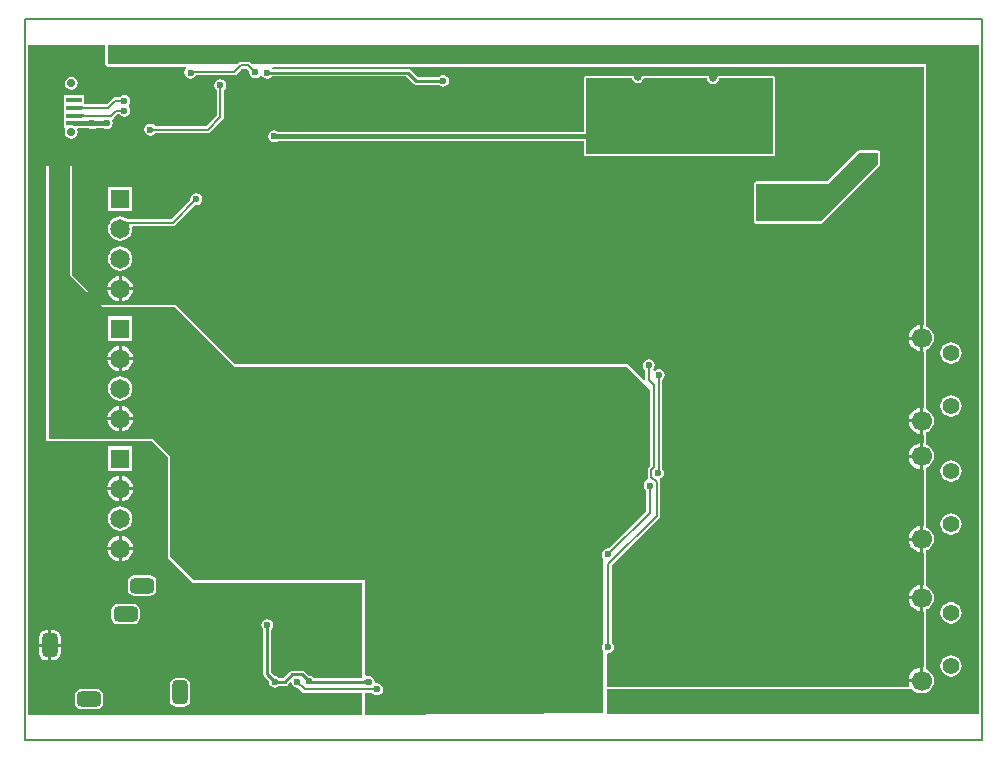
<source format=gbl>
G04*
G04 #@! TF.GenerationSoftware,Altium Limited,Altium Designer,19.0.14 (431)*
G04*
G04 Layer_Physical_Order=2*
G04 Layer_Color=16711680*
%FSLAX44Y44*%
%MOMM*%
G71*
G01*
G75*
%ADD13C,0.4000*%
%ADD14C,0.2000*%
%ADD16C,0.2540*%
%ADD93C,0.7000*%
%ADD94C,1.6500*%
%ADD95R,1.6500X1.6500*%
G04:AMPARAMS|DCode=96|XSize=2mm|YSize=1.3mm|CornerRadius=0.325mm|HoleSize=0mm|Usage=FLASHONLY|Rotation=180.000|XOffset=0mm|YOffset=0mm|HoleType=Round|Shape=RoundedRectangle|*
%AMROUNDEDRECTD96*
21,1,2.0000,0.6500,0,0,180.0*
21,1,1.3500,1.3000,0,0,180.0*
1,1,0.6500,-0.6750,0.3250*
1,1,0.6500,0.6750,0.3250*
1,1,0.6500,0.6750,-0.3250*
1,1,0.6500,-0.6750,-0.3250*
%
%ADD96ROUNDEDRECTD96*%
G04:AMPARAMS|DCode=97|XSize=2mm|YSize=1.3mm|CornerRadius=0.325mm|HoleSize=0mm|Usage=FLASHONLY|Rotation=90.000|XOffset=0mm|YOffset=0mm|HoleType=Round|Shape=RoundedRectangle|*
%AMROUNDEDRECTD97*
21,1,2.0000,0.6500,0,0,90.0*
21,1,1.3500,1.3000,0,0,90.0*
1,1,0.6500,0.3250,0.6750*
1,1,0.6500,0.3250,-0.6750*
1,1,0.6500,-0.3250,-0.6750*
1,1,0.6500,-0.3250,0.6750*
%
%ADD97ROUNDEDRECTD97*%
%ADD98C,1.7000*%
%ADD99C,1.4000*%
%ADD100C,0.6000*%
%ADD101C,0.8000*%
%ADD102C,1.5000*%
%ADD103R,1.9000X1.9000*%
%ADD104R,1.9000X1.8000*%
%ADD105R,1.3500X0.4000*%
G36*
X288858Y46900D02*
X288687Y47058D01*
X288502Y47199D01*
X288302Y47323D01*
X288087Y47431D01*
X287857Y47523D01*
X287612Y47597D01*
X287352Y47655D01*
X287077Y47697D01*
X286787Y47722D01*
X286482Y47730D01*
Y50270D01*
X286787Y50278D01*
X287077Y50303D01*
X287352Y50345D01*
X287612Y50403D01*
X287857Y50477D01*
X288087Y50569D01*
X288302Y50677D01*
X288502Y50801D01*
X288687Y50942D01*
X288858Y51100D01*
Y46900D01*
D02*
G37*
G36*
X67961Y588000D02*
X67961Y572000D01*
X68116Y571220D01*
X68558Y570558D01*
X69220Y570116D01*
X70000Y569961D01*
X136285D01*
X136671Y568691D01*
X136395Y568507D01*
X135290Y566853D01*
X134902Y564902D01*
X135290Y562951D01*
X136395Y561297D01*
X138049Y560192D01*
X140000Y559804D01*
X141951Y560192D01*
X143605Y561297D01*
X144359Y562426D01*
X177000D01*
X177000Y562426D01*
X178171Y562659D01*
X179163Y563322D01*
X183782Y567941D01*
X187733D01*
X190030Y565644D01*
X189902Y565000D01*
X190290Y563049D01*
X191395Y561395D01*
X193049Y560290D01*
X195000Y559902D01*
X196951Y560290D01*
X198605Y561395D01*
X199220Y562316D01*
X200731Y562291D01*
X201395Y561297D01*
X203049Y560192D01*
X205000Y559804D01*
X206951Y560192D01*
X208605Y561297D01*
X208786Y561568D01*
X322824D01*
X328825Y555567D01*
X329906Y554844D01*
X331182Y554591D01*
X350014D01*
X350195Y554320D01*
X351849Y553215D01*
X353800Y552827D01*
X355751Y553215D01*
X357405Y554320D01*
X358510Y555974D01*
X358898Y557925D01*
X358510Y559875D01*
X357405Y561529D01*
X355751Y562635D01*
X353800Y563023D01*
X351849Y562635D01*
X350195Y561529D01*
X350014Y561259D01*
X332563D01*
X326562Y567260D01*
X325480Y567982D01*
X324205Y568236D01*
X209474D01*
X209114Y568691D01*
X209728Y569961D01*
X760961Y569961D01*
X760961Y351890D01*
X760270Y351284D01*
Y340050D01*
Y328815D01*
X760961Y328210D01*
Y281790D01*
X760270Y281184D01*
Y269950D01*
Y258716D01*
X760961Y258110D01*
Y251890D01*
X760270Y251284D01*
Y240050D01*
Y228815D01*
X760961Y228210D01*
Y181790D01*
X760270Y181184D01*
Y169950D01*
Y158715D01*
X760961Y158110D01*
Y131890D01*
X760270Y131284D01*
Y120050D01*
Y108815D01*
X760961Y108210D01*
Y61790D01*
X760270Y61184D01*
Y49950D01*
X759000D01*
Y48680D01*
X748032D01*
X748244Y47068D01*
X748647Y46095D01*
X747942Y45039D01*
X729000Y45039D01*
X606274Y45039D01*
X493000Y45039D01*
Y72992D01*
X493500Y73402D01*
X495451Y73790D01*
X497105Y74895D01*
X498210Y76549D01*
X498598Y78500D01*
X498210Y80451D01*
X497105Y82105D01*
X496559Y82470D01*
Y147248D01*
X536913Y187602D01*
X536913Y187602D01*
X537576Y188594D01*
X537809Y189765D01*
X537809Y189765D01*
Y218030D01*
X537576Y219200D01*
X537151Y219836D01*
X537449Y220963D01*
X537633Y221227D01*
X537951Y221290D01*
X539605Y222395D01*
X540710Y224049D01*
X541098Y226000D01*
X540710Y227951D01*
X539605Y229605D01*
X539309Y229803D01*
Y304863D01*
X540105Y305395D01*
X541210Y307049D01*
X541598Y309000D01*
X541210Y310951D01*
X540105Y312605D01*
X538451Y313710D01*
X536500Y314098D01*
X534549Y313710D01*
X532895Y312605D01*
X532878Y312579D01*
X531562Y312896D01*
X531511Y313332D01*
X531605Y313395D01*
X532710Y315049D01*
X533098Y317000D01*
X532710Y318951D01*
X531605Y320605D01*
X529951Y321710D01*
X528000Y322098D01*
X526049Y321710D01*
X524395Y320605D01*
X523290Y318951D01*
X522902Y317000D01*
X523290Y315049D01*
X524395Y313395D01*
X524941Y313030D01*
Y304855D01*
X523732Y304280D01*
X523721Y304279D01*
X510000Y318000D01*
X178000Y318000D01*
X128000Y368000D01*
X65000Y368000D01*
X40000Y393000D01*
X40000Y486000D01*
X38000D01*
X38000Y392341D01*
X65595Y366000D01*
X127000D01*
X177000Y316000D01*
X509000Y316000D01*
X529191Y295809D01*
Y232002D01*
X527837Y230648D01*
X527174Y229656D01*
X526941Y228485D01*
X526941Y228485D01*
Y222780D01*
X526941Y222780D01*
X527174Y221609D01*
X527339Y221362D01*
X526799Y219960D01*
X525145Y218855D01*
X524040Y217201D01*
X523652Y215250D01*
X524040Y213299D01*
X525145Y211645D01*
X525691Y211280D01*
Y193517D01*
X494144Y161970D01*
X493500Y162098D01*
X491549Y161710D01*
X489895Y160605D01*
X488790Y158951D01*
X488402Y157000D01*
X488790Y155049D01*
X489649Y153764D01*
X489000Y153127D01*
X489000Y80765D01*
X488790Y80451D01*
X488402Y78500D01*
X488790Y76549D01*
X489000Y76235D01*
X489000Y22586D01*
X288902Y20783D01*
X288000Y21677D01*
Y39637D01*
X294030D01*
X294395Y39090D01*
X296049Y37985D01*
X298000Y37597D01*
X299951Y37985D01*
X301605Y39090D01*
X302710Y40744D01*
X303098Y42695D01*
X302710Y44646D01*
X301605Y46300D01*
X299951Y47405D01*
X298000Y47793D01*
X297118Y47618D01*
X296038Y48698D01*
X296098Y49000D01*
X295710Y50951D01*
X294605Y52605D01*
X292951Y53710D01*
X291000Y54098D01*
X289270Y53754D01*
X288000Y54420D01*
X288000Y135000D01*
X143000Y135000D01*
X122805Y155195D01*
X122805Y240195D01*
X108000Y255000D01*
X20000Y255000D01*
X20000Y486000D01*
X18000D01*
Y253000D01*
X107000D01*
X121000Y239000D01*
Y154000D01*
X142000Y133000D01*
X285000D01*
Y52334D01*
X244370D01*
X243955Y52955D01*
X242301Y54060D01*
X240350Y54448D01*
X240031Y54384D01*
X236788Y57628D01*
X235706Y58350D01*
X234430Y58604D01*
X226270D01*
X224994Y58350D01*
X223912Y57628D01*
X218619Y52334D01*
X215264D01*
X215083Y52605D01*
X213429Y53710D01*
X211478Y54098D01*
X211159Y54034D01*
X208334Y56859D01*
Y93214D01*
X208605Y93395D01*
X209710Y95049D01*
X210098Y97000D01*
X209710Y98951D01*
X208605Y100605D01*
X206951Y101710D01*
X205000Y102098D01*
X203049Y101710D01*
X201395Y100605D01*
X200290Y98951D01*
X199902Y97000D01*
X200290Y95049D01*
X201395Y93395D01*
X201666Y93214D01*
Y55478D01*
X201920Y54202D01*
X202642Y53120D01*
X206444Y49319D01*
X206380Y49000D01*
X206768Y47049D01*
X207873Y45395D01*
X209527Y44290D01*
X211478Y43902D01*
X213429Y44290D01*
X215083Y45395D01*
X215264Y45666D01*
X220000D01*
X221276Y45920D01*
X222358Y46642D01*
X224208Y48493D01*
X225586Y48075D01*
X225790Y47049D01*
X226895Y45395D01*
X228549Y44290D01*
X230500Y43902D01*
X231144Y44030D01*
X234642Y40532D01*
X234642Y40532D01*
X235634Y39869D01*
X236805Y39636D01*
X236805Y39637D01*
X285000D01*
Y21103D01*
X3488Y21001D01*
X2590Y21899D01*
X2590Y486000D01*
Y588000D01*
X67961D01*
D02*
G37*
G36*
X807410Y588000D02*
Y22000D01*
X763000Y22000D01*
D01*
X493000Y22000D01*
X493000Y43000D01*
X606274Y43000D01*
X729000Y43000D01*
X751098Y43000D01*
X751511Y42461D01*
X753705Y40778D01*
X756259Y39720D01*
X759000Y39359D01*
X761741Y39720D01*
X764295Y40778D01*
X766489Y42461D01*
X766902Y43000D01*
X768172Y44655D01*
X769230Y47209D01*
X769591Y49950D01*
X769230Y52691D01*
X768172Y55245D01*
X766489Y57439D01*
X764295Y59122D01*
X763000Y59658D01*
Y110342D01*
X764295Y110878D01*
X766489Y112561D01*
X768172Y114755D01*
X769230Y117309D01*
X769591Y120050D01*
X769230Y122791D01*
X768172Y125345D01*
X766489Y127539D01*
X764295Y129222D01*
X763000Y129758D01*
Y160242D01*
X764295Y160778D01*
X766489Y162461D01*
X768172Y164655D01*
X769230Y167209D01*
X769591Y169950D01*
X769230Y172691D01*
X768172Y175245D01*
X766489Y177439D01*
X764295Y179122D01*
X763000Y179658D01*
Y230342D01*
X764295Y230878D01*
X766489Y232561D01*
X768172Y234755D01*
X769230Y237309D01*
X769591Y240050D01*
X769230Y242791D01*
X768172Y245345D01*
X766489Y247539D01*
X764295Y249222D01*
X763000Y249758D01*
Y260242D01*
X764295Y260778D01*
X766489Y262461D01*
X768172Y264655D01*
X769230Y267209D01*
X769591Y269950D01*
X769230Y272691D01*
X768172Y275245D01*
X766489Y277439D01*
X764295Y279122D01*
X763000Y279658D01*
Y330342D01*
X764295Y330878D01*
X766489Y332561D01*
X768172Y334755D01*
X769230Y337309D01*
X769591Y340050D01*
X769230Y342791D01*
X768172Y345345D01*
X766489Y347539D01*
X764295Y349222D01*
X763000Y349758D01*
X763000Y572000D01*
X192326Y572000D01*
X191163Y573163D01*
X190170Y573826D01*
X189000Y574059D01*
X189000Y574059D01*
X182515D01*
X181344Y573826D01*
X180947Y573560D01*
X180352Y573163D01*
X180352Y573163D01*
X179189Y572000D01*
X70000D01*
X70000Y588000D01*
X807410D01*
Y588000D01*
D02*
G37*
%LPC*%
G36*
X39000Y561358D02*
X36854Y560931D01*
X35035Y559715D01*
X33819Y557896D01*
X33392Y555750D01*
X33819Y553604D01*
X35035Y551785D01*
X36854Y550569D01*
X39000Y550142D01*
X41146Y550569D01*
X42965Y551785D01*
X44181Y553604D01*
X44608Y555750D01*
X44181Y557896D01*
X42965Y559715D01*
X41146Y560931D01*
X39000Y561358D01*
D02*
G37*
G36*
X84000Y546098D02*
X82049Y545710D01*
X80395Y544605D01*
X80030Y544059D01*
X76150D01*
X76150Y544059D01*
X74980Y543826D01*
X73987Y543163D01*
X68883Y538059D01*
X50000D01*
Y545500D01*
X32500D01*
Y537500D01*
Y531000D01*
Y524500D01*
Y518000D01*
X33544D01*
X34142Y516880D01*
X33819Y516396D01*
X33392Y514250D01*
X33819Y512104D01*
X35035Y510285D01*
X36854Y509069D01*
X39000Y508642D01*
X41146Y509069D01*
X42965Y510285D01*
X44181Y512104D01*
X44608Y514250D01*
X44181Y516396D01*
X43910Y516802D01*
X44509Y517922D01*
X54104D01*
X55049Y517290D01*
X57000Y516902D01*
X58951Y517290D01*
X59857Y517896D01*
X60348Y517922D01*
X66324D01*
X67269Y517290D01*
X69220Y516902D01*
X71171Y517290D01*
X72824Y518395D01*
X73930Y520049D01*
X74318Y522000D01*
X73930Y523951D01*
X73576Y524480D01*
X74181Y525861D01*
X74894Y526337D01*
X77998Y529441D01*
X80030D01*
X80395Y528895D01*
X82049Y527790D01*
X84000Y527402D01*
X85951Y527790D01*
X87605Y528895D01*
X88710Y530549D01*
X89098Y532500D01*
X88710Y534451D01*
X87605Y536105D01*
X87590Y536115D01*
Y537385D01*
X87605Y537395D01*
X88710Y539049D01*
X89098Y541000D01*
X88710Y542951D01*
X87605Y544605D01*
X85951Y545710D01*
X84000Y546098D01*
D02*
G37*
G36*
X165250Y559098D02*
X163299Y558710D01*
X161645Y557605D01*
X160540Y555951D01*
X160152Y554000D01*
X160540Y552049D01*
X161645Y550395D01*
X162191Y550030D01*
Y528517D01*
X153233Y519559D01*
X109970D01*
X109605Y520105D01*
X107951Y521210D01*
X106000Y521598D01*
X104049Y521210D01*
X102395Y520105D01*
X101290Y518451D01*
X100902Y516500D01*
X101290Y514549D01*
X102395Y512895D01*
X104049Y511790D01*
X106000Y511402D01*
X107951Y511790D01*
X109605Y512895D01*
X109970Y513441D01*
X154500D01*
X154500Y513441D01*
X155671Y513674D01*
X156663Y514337D01*
X167413Y525087D01*
X168076Y526079D01*
X168309Y527250D01*
X168309Y527250D01*
Y550030D01*
X168855Y550395D01*
X169960Y552049D01*
X170348Y554000D01*
X169960Y555951D01*
X168855Y557605D01*
X167201Y558710D01*
X165250Y559098D01*
D02*
G37*
G36*
X475000Y562039D02*
X474220Y561884D01*
X473558Y561442D01*
X473116Y560780D01*
X472961Y560000D01*
Y514928D01*
X213746D01*
X212801Y515560D01*
X210850Y515948D01*
X208899Y515560D01*
X207245Y514455D01*
X206140Y512801D01*
X205752Y510850D01*
X206140Y508899D01*
X207245Y507245D01*
X208899Y506140D01*
X210850Y505752D01*
X212801Y506140D01*
X213707Y506746D01*
X214198Y506772D01*
X472961D01*
Y496000D01*
X473116Y495220D01*
X473558Y494558D01*
X474220Y494116D01*
X475000Y493961D01*
X633000Y493961D01*
X633780Y494116D01*
X634442Y494558D01*
X634884Y495220D01*
X635039Y496000D01*
X635039Y560000D01*
X634884Y560780D01*
X634442Y561442D01*
X633780Y561884D01*
X633000Y562039D01*
X587458Y562039D01*
X587261Y562000D01*
X587060D01*
X586875Y561923D01*
X586678Y561884D01*
X586511Y561772D01*
X586325Y561696D01*
X586183Y561553D01*
X586016Y561442D01*
X585905Y561275D01*
X585763Y561133D01*
X585686Y560947D01*
X585574Y560780D01*
X585535Y560583D01*
X585458Y560398D01*
X585189Y559045D01*
X584535Y558065D01*
X583555Y557411D01*
X582400Y557181D01*
X581245Y557411D01*
X580265Y558065D01*
X579611Y559045D01*
X579342Y560398D01*
X579265Y560583D01*
X579226Y560780D01*
X579114Y560947D01*
X579037Y561133D01*
X578895Y561275D01*
X578784Y561442D01*
X578617Y561553D01*
X578475Y561696D01*
X578289Y561772D01*
X578122Y561884D01*
X577925Y561923D01*
X577740Y562000D01*
X577539D01*
X577342Y562039D01*
X523699Y562039D01*
X523502Y562000D01*
X523301D01*
X523116Y561923D01*
X522919Y561884D01*
X522752Y561772D01*
X522566Y561696D01*
X522424Y561553D01*
X522257Y561442D01*
X522146Y561275D01*
X522004Y561133D01*
X521927Y560947D01*
X521815Y560780D01*
X521776Y560583D01*
X521699Y560398D01*
X521589Y559845D01*
X520935Y558865D01*
X519955Y558211D01*
X518800Y557981D01*
X517645Y558211D01*
X516665Y558865D01*
X516011Y559845D01*
X515901Y560398D01*
X515824Y560583D01*
X515785Y560780D01*
X515673Y560947D01*
X515597Y561133D01*
X515454Y561275D01*
X515343Y561442D01*
X515176Y561554D01*
X515034Y561696D01*
X514848Y561772D01*
X514681Y561884D01*
X514484Y561923D01*
X514299Y562000D01*
X514098D01*
X513901Y562039D01*
X475000Y562039D01*
D02*
G37*
G36*
X145000Y462798D02*
X143049Y462410D01*
X141395Y461305D01*
X140290Y459651D01*
X139902Y457700D01*
X140030Y457056D01*
X123733Y440759D01*
X86735D01*
X85569Y441653D01*
X83076Y442686D01*
X80400Y443038D01*
X77724Y442686D01*
X75231Y441653D01*
X73090Y440010D01*
X71447Y437869D01*
X70414Y435376D01*
X70062Y432700D01*
X70414Y430024D01*
X71447Y427531D01*
X73090Y425390D01*
X75231Y423747D01*
X77724Y422714D01*
X80400Y422362D01*
X83076Y422714D01*
X85569Y423747D01*
X87710Y425390D01*
X89353Y427531D01*
X90386Y430024D01*
X90738Y432700D01*
X90609Y433686D01*
X91446Y434641D01*
X125000D01*
X125000Y434641D01*
X126171Y434874D01*
X127163Y435537D01*
X144356Y452730D01*
X145000Y452602D01*
X146951Y452990D01*
X148605Y454095D01*
X149710Y455749D01*
X150098Y457700D01*
X149710Y459651D01*
X148605Y461305D01*
X146951Y462410D01*
X145000Y462798D01*
D02*
G37*
G36*
X90650Y468350D02*
X70150D01*
Y447850D01*
X90650D01*
Y468350D01*
D02*
G37*
G36*
X706290Y499039D02*
X705510Y498884D01*
X704848Y498442D01*
X679155Y472749D01*
X619000D01*
X618220Y472594D01*
X617558Y472152D01*
X617116Y471490D01*
X616961Y470710D01*
Y439000D01*
X617116Y438220D01*
X617558Y437558D01*
X618220Y437116D01*
X619000Y436961D01*
X673605D01*
X673605Y436961D01*
X674385Y437116D01*
X675047Y437558D01*
X675047Y437558D01*
X723442Y485953D01*
X723884Y486615D01*
X724039Y487395D01*
Y497000D01*
X723884Y497780D01*
X723442Y498442D01*
X722780Y498884D01*
X722000Y499039D01*
X706290D01*
X706290Y499039D01*
D02*
G37*
G36*
X80400Y417638D02*
X77724Y417286D01*
X75231Y416253D01*
X73090Y414610D01*
X71447Y412469D01*
X70414Y409976D01*
X70062Y407300D01*
X70414Y404624D01*
X71447Y402131D01*
X73090Y399990D01*
X75231Y398347D01*
X77724Y397314D01*
X80400Y396962D01*
X83076Y397314D01*
X85569Y398347D01*
X87710Y399990D01*
X89353Y402131D01*
X90386Y404624D01*
X90738Y407300D01*
X90386Y409976D01*
X89353Y412469D01*
X87710Y414610D01*
X85569Y416253D01*
X83076Y417286D01*
X80400Y417638D01*
D02*
G37*
G36*
X81670Y392616D02*
Y383170D01*
X91116D01*
X90912Y384717D01*
X89825Y387342D01*
X88096Y389595D01*
X85842Y391325D01*
X83217Y392412D01*
X81670Y392616D01*
D02*
G37*
G36*
X79130Y392616D02*
X77583Y392412D01*
X74958Y391325D01*
X72705Y389595D01*
X70975Y387342D01*
X69888Y384717D01*
X69684Y383170D01*
X79130D01*
Y392616D01*
D02*
G37*
G36*
X91116Y380630D02*
X81670D01*
Y371184D01*
X83217Y371388D01*
X85842Y372475D01*
X88096Y374204D01*
X89825Y376458D01*
X90912Y379083D01*
X91116Y380630D01*
D02*
G37*
G36*
X79130D02*
X69684D01*
X69888Y379083D01*
X70975Y376458D01*
X72705Y374204D01*
X74958Y372475D01*
X77583Y371388D01*
X79130Y371184D01*
Y380630D01*
D02*
G37*
G36*
X757730Y351018D02*
X756118Y350806D01*
X753432Y349693D01*
X751126Y347924D01*
X749357Y345618D01*
X748244Y342932D01*
X748032Y341320D01*
X757730D01*
Y351018D01*
D02*
G37*
G36*
X90650Y358350D02*
X70150D01*
Y337850D01*
X90650D01*
Y358350D01*
D02*
G37*
G36*
X757730Y338780D02*
X748032D01*
X748244Y337168D01*
X749357Y334482D01*
X751126Y332176D01*
X753432Y330407D01*
X756118Y329294D01*
X757730Y329082D01*
Y338780D01*
D02*
G37*
G36*
X81670Y333416D02*
Y323970D01*
X91116D01*
X90912Y325517D01*
X89825Y328142D01*
X88096Y330396D01*
X85842Y332125D01*
X83217Y333212D01*
X81670Y333416D01*
D02*
G37*
G36*
X79130D02*
X77583Y333212D01*
X74958Y332125D01*
X72705Y330396D01*
X70975Y328142D01*
X69888Y325517D01*
X69684Y323970D01*
X79130D01*
Y333416D01*
D02*
G37*
G36*
Y321430D02*
X69684D01*
X69888Y319883D01*
X70975Y317258D01*
X72705Y315005D01*
X74958Y313275D01*
X77583Y312188D01*
X79130Y311984D01*
Y321430D01*
D02*
G37*
G36*
X91116D02*
X81670D01*
Y311984D01*
X83217Y312188D01*
X85842Y313275D01*
X88096Y315005D01*
X89825Y317258D01*
X90912Y319883D01*
X91116Y321430D01*
D02*
G37*
G36*
X80400Y307638D02*
X77724Y307286D01*
X75231Y306253D01*
X73090Y304610D01*
X71447Y302469D01*
X70414Y299976D01*
X70062Y297300D01*
X70414Y294624D01*
X71447Y292131D01*
X73090Y289990D01*
X75231Y288347D01*
X77724Y287314D01*
X80400Y286962D01*
X83076Y287314D01*
X85569Y288347D01*
X87710Y289990D01*
X89353Y292131D01*
X90386Y294624D01*
X90738Y297300D01*
X90386Y299976D01*
X89353Y302469D01*
X87710Y304610D01*
X85569Y306253D01*
X83076Y307286D01*
X80400Y307638D01*
D02*
G37*
G36*
X81670Y282616D02*
Y273170D01*
X91116D01*
X90912Y274717D01*
X89825Y277342D01*
X88096Y279596D01*
X85842Y281325D01*
X83217Y282412D01*
X81670Y282616D01*
D02*
G37*
G36*
X79130D02*
X77583Y282412D01*
X74958Y281325D01*
X72705Y279596D01*
X70975Y277342D01*
X69888Y274717D01*
X69684Y273170D01*
X79130D01*
Y282616D01*
D02*
G37*
G36*
X757730Y280918D02*
X756118Y280706D01*
X753432Y279593D01*
X751126Y277824D01*
X749357Y275518D01*
X748244Y272832D01*
X748032Y271220D01*
X757730D01*
Y280918D01*
D02*
G37*
G36*
X79130Y270630D02*
X69684D01*
X69888Y269083D01*
X70975Y266458D01*
X72705Y264205D01*
X74958Y262475D01*
X77583Y261388D01*
X79130Y261184D01*
Y270630D01*
D02*
G37*
G36*
X91116D02*
X81670D01*
Y261184D01*
X83217Y261388D01*
X85842Y262475D01*
X88096Y264205D01*
X89825Y266458D01*
X90912Y269083D01*
X91116Y270630D01*
D02*
G37*
G36*
X757730Y268680D02*
X748032D01*
X748244Y267068D01*
X749357Y264382D01*
X751126Y262076D01*
X753432Y260307D01*
X756118Y259194D01*
X757730Y258982D01*
Y268680D01*
D02*
G37*
G36*
Y251018D02*
X756118Y250806D01*
X753432Y249693D01*
X751126Y247924D01*
X749357Y245618D01*
X748244Y242932D01*
X748032Y241320D01*
X757730D01*
Y251018D01*
D02*
G37*
G36*
Y238780D02*
X748032D01*
X748244Y237168D01*
X749357Y234482D01*
X751126Y232176D01*
X753432Y230406D01*
X756118Y229294D01*
X757730Y229082D01*
Y238780D01*
D02*
G37*
G36*
X90650Y248350D02*
X70150D01*
Y227850D01*
X90650D01*
Y248350D01*
D02*
G37*
G36*
X81670Y223416D02*
Y213970D01*
X91116D01*
X90912Y215517D01*
X89825Y218142D01*
X88096Y220396D01*
X85842Y222125D01*
X83217Y223212D01*
X81670Y223416D01*
D02*
G37*
G36*
X79130D02*
X77583Y223212D01*
X74958Y222125D01*
X72705Y220396D01*
X70975Y218142D01*
X69888Y215517D01*
X69684Y213970D01*
X79130D01*
Y223416D01*
D02*
G37*
G36*
X91116Y211430D02*
X81670D01*
Y201984D01*
X83217Y202188D01*
X85842Y203275D01*
X88096Y205005D01*
X89825Y207258D01*
X90912Y209883D01*
X91116Y211430D01*
D02*
G37*
G36*
X79130D02*
X69684D01*
X69888Y209883D01*
X70975Y207258D01*
X72705Y205005D01*
X74958Y203275D01*
X77583Y202188D01*
X79130Y201984D01*
Y211430D01*
D02*
G37*
G36*
X80400Y197638D02*
X77724Y197286D01*
X75231Y196253D01*
X73090Y194610D01*
X71447Y192469D01*
X70414Y189976D01*
X70062Y187300D01*
X70414Y184624D01*
X71447Y182131D01*
X73090Y179990D01*
X75231Y178347D01*
X77724Y177314D01*
X80400Y176962D01*
X83076Y177314D01*
X85569Y178347D01*
X87710Y179990D01*
X89353Y182131D01*
X90386Y184624D01*
X90738Y187300D01*
X90386Y189976D01*
X89353Y192469D01*
X87710Y194610D01*
X85569Y196253D01*
X83076Y197286D01*
X80400Y197638D01*
D02*
G37*
G36*
X757730Y180918D02*
X756118Y180706D01*
X753432Y179593D01*
X751126Y177824D01*
X749357Y175518D01*
X748244Y172832D01*
X748032Y171220D01*
X757730D01*
Y180918D01*
D02*
G37*
G36*
X81670Y172616D02*
Y163170D01*
X91116D01*
X90912Y164717D01*
X89825Y167342D01*
X88096Y169596D01*
X85842Y171325D01*
X83217Y172412D01*
X81670Y172616D01*
D02*
G37*
G36*
X79130D02*
X77583Y172412D01*
X74958Y171325D01*
X72705Y169596D01*
X70975Y167342D01*
X69888Y164717D01*
X69684Y163170D01*
X79130D01*
Y172616D01*
D02*
G37*
G36*
X757730Y168680D02*
X748032D01*
X748244Y167068D01*
X749357Y164382D01*
X751126Y162076D01*
X753432Y160307D01*
X756118Y159194D01*
X757730Y158982D01*
Y168680D01*
D02*
G37*
G36*
X91116Y160630D02*
X81670D01*
Y151184D01*
X83217Y151388D01*
X85842Y152475D01*
X88096Y154205D01*
X89825Y156458D01*
X90912Y159083D01*
X91116Y160630D01*
D02*
G37*
G36*
X79130D02*
X69684D01*
X69888Y159083D01*
X70975Y156458D01*
X72705Y154205D01*
X74958Y152475D01*
X77583Y151388D01*
X79130Y151184D01*
Y160630D01*
D02*
G37*
G36*
X105750Y139103D02*
X92250D01*
X90202Y138695D01*
X88465Y137535D01*
X87305Y135798D01*
X86897Y133750D01*
Y127250D01*
X87305Y125202D01*
X88465Y123465D01*
X90202Y122305D01*
X92250Y121897D01*
X105750D01*
X107799Y122305D01*
X109535Y123465D01*
X110695Y125202D01*
X111103Y127250D01*
Y133750D01*
X110695Y135798D01*
X109535Y137535D01*
X107799Y138695D01*
X105750Y139103D01*
D02*
G37*
G36*
X757730Y131018D02*
X756118Y130806D01*
X753432Y129693D01*
X751126Y127924D01*
X749357Y125618D01*
X748244Y122932D01*
X748032Y121320D01*
X757730D01*
Y131018D01*
D02*
G37*
G36*
Y118780D02*
X748032D01*
X748244Y117168D01*
X749357Y114482D01*
X751126Y112176D01*
X753432Y110407D01*
X756118Y109294D01*
X757730Y109082D01*
Y118780D01*
D02*
G37*
G36*
X91750Y115103D02*
X78250D01*
X76202Y114695D01*
X74465Y113535D01*
X73305Y111798D01*
X72897Y109750D01*
Y103250D01*
X73305Y101202D01*
X74465Y99465D01*
X76202Y98305D01*
X78250Y97897D01*
X91750D01*
X93799Y98305D01*
X95535Y99465D01*
X96695Y101202D01*
X97103Y103250D01*
Y109750D01*
X96695Y111798D01*
X95535Y113535D01*
X93799Y114695D01*
X91750Y115103D01*
D02*
G37*
G36*
X24250Y92653D02*
X22270D01*
Y81270D01*
X30153D01*
Y86750D01*
X29704Y89009D01*
X28424Y90924D01*
X26509Y92204D01*
X24250Y92653D01*
D02*
G37*
G36*
X19730D02*
X17750D01*
X15491Y92204D01*
X13576Y90924D01*
X12296Y89009D01*
X11847Y86750D01*
Y81270D01*
X19730D01*
Y92653D01*
D02*
G37*
G36*
X30153Y78730D02*
X22270D01*
Y67347D01*
X24250D01*
X26509Y67796D01*
X28424Y69076D01*
X29704Y70991D01*
X30153Y73250D01*
Y78730D01*
D02*
G37*
G36*
X19730D02*
X11847D01*
Y73250D01*
X12296Y70991D01*
X13576Y69076D01*
X15491Y67796D01*
X17750Y67347D01*
X19730D01*
Y78730D01*
D02*
G37*
G36*
X757730Y60918D02*
X756118Y60706D01*
X753432Y59593D01*
X751126Y57824D01*
X749357Y55518D01*
X748244Y52832D01*
X748032Y51220D01*
X757730D01*
Y60918D01*
D02*
G37*
G36*
X134250Y52103D02*
X127750D01*
X125702Y51695D01*
X123965Y50535D01*
X122805Y48798D01*
X122397Y46750D01*
Y33250D01*
X122805Y31202D01*
X123965Y29465D01*
X125702Y28305D01*
X127750Y27897D01*
X134250D01*
X136298Y28305D01*
X138035Y29465D01*
X139195Y31202D01*
X139603Y33250D01*
Y46750D01*
X139195Y48798D01*
X138035Y50535D01*
X136298Y51695D01*
X134250Y52103D01*
D02*
G37*
G36*
X60750Y43103D02*
X47250D01*
X45202Y42695D01*
X43465Y41535D01*
X42305Y39798D01*
X41897Y37750D01*
Y31250D01*
X42305Y29202D01*
X43465Y27465D01*
X45202Y26305D01*
X47250Y25897D01*
X60750D01*
X62799Y26305D01*
X64535Y27465D01*
X65695Y29202D01*
X66103Y31250D01*
Y37750D01*
X65695Y39798D01*
X64535Y41535D01*
X62799Y42695D01*
X60750Y43103D01*
D02*
G37*
%LPD*%
G36*
X47990Y536785D02*
X48050Y536620D01*
X48149Y536475D01*
X48289Y536349D01*
X48470Y536242D01*
X48689Y536155D01*
X48949Y536087D01*
X49250Y536039D01*
X49590Y536010D01*
X49970Y536000D01*
Y534000D01*
X49590Y533990D01*
X49250Y533961D01*
X48949Y533913D01*
X48689Y533845D01*
X48470Y533758D01*
X48289Y533651D01*
X48149Y533525D01*
X48050Y533380D01*
X47990Y533215D01*
X47969Y533031D01*
Y536969D01*
X47990Y536785D01*
D02*
G37*
G36*
Y530285D02*
X48050Y530121D01*
X48149Y529975D01*
X48289Y529849D01*
X48470Y529742D01*
X48689Y529655D01*
X48949Y529587D01*
X49250Y529539D01*
X49590Y529510D01*
X49970Y529500D01*
Y527500D01*
X49590Y527490D01*
X49250Y527461D01*
X48949Y527413D01*
X48689Y527345D01*
X48470Y527258D01*
X48289Y527151D01*
X48149Y527025D01*
X48050Y526880D01*
X47990Y526715D01*
X47969Y526530D01*
Y530470D01*
X47990Y530285D01*
D02*
G37*
G36*
X67077Y519900D02*
X67041Y519919D01*
X66970Y519936D01*
X66866Y519951D01*
X66555Y519975D01*
X65526Y519999D01*
X65184Y520000D01*
Y524000D01*
X67077Y524100D01*
Y519900D01*
D02*
G37*
G36*
X59179Y524081D02*
X59250Y524064D01*
X59354Y524049D01*
X59665Y524025D01*
X60694Y524001D01*
X61036Y524000D01*
Y520000D01*
X59142Y519900D01*
Y524100D01*
X59179Y524081D01*
D02*
G37*
G36*
X54858Y519900D02*
X54821Y519919D01*
X54750Y519936D01*
X54646Y519951D01*
X54335Y519975D01*
X53306Y519999D01*
X52964Y520000D01*
Y524000D01*
X54858Y524100D01*
Y519900D01*
D02*
G37*
G36*
X213029Y512931D02*
X213099Y512914D01*
X213204Y512899D01*
X213515Y512875D01*
X214544Y512851D01*
X214886Y512850D01*
Y508850D01*
X212992Y508750D01*
Y512950D01*
X213029Y512931D01*
D02*
G37*
G36*
X513901Y560000D02*
X514090Y559049D01*
X515195Y557395D01*
X516849Y556290D01*
X518800Y555902D01*
X520751Y556290D01*
X522405Y557395D01*
X523510Y559049D01*
X523699Y560000D01*
X577342Y560000D01*
X577690Y558249D01*
X578795Y556595D01*
X580449Y555490D01*
X582400Y555102D01*
X584351Y555490D01*
X586005Y556595D01*
X587110Y558249D01*
X587458Y560000D01*
X633000Y560000D01*
X633000Y496000D01*
X475000Y496000D01*
Y560000D01*
X513901Y560000D01*
D02*
G37*
G36*
X722000Y487395D02*
X673605Y439000D01*
X619000D01*
Y470710D01*
X680000D01*
X706290Y497000D01*
X722000D01*
Y487395D01*
D02*
G37*
%LPC*%
G36*
X783900Y336528D02*
X781551Y336218D01*
X779361Y335311D01*
X777481Y333869D01*
X776039Y331989D01*
X775132Y329799D01*
X774822Y327450D01*
X775132Y325101D01*
X776039Y322911D01*
X777481Y321031D01*
X779361Y319589D01*
X781551Y318682D01*
X783900Y318372D01*
X786249Y318682D01*
X788439Y319589D01*
X790319Y321031D01*
X791761Y322911D01*
X792668Y325101D01*
X792978Y327450D01*
X792668Y329799D01*
X791761Y331989D01*
X790319Y333869D01*
X788439Y335311D01*
X786249Y336218D01*
X783900Y336528D01*
D02*
G37*
G36*
Y291628D02*
X781551Y291318D01*
X779361Y290411D01*
X777481Y288969D01*
X776039Y287089D01*
X775132Y284900D01*
X774822Y282550D01*
X775132Y280201D01*
X776039Y278011D01*
X777481Y276131D01*
X779361Y274688D01*
X781551Y273782D01*
X783900Y273472D01*
X786249Y273782D01*
X788439Y274688D01*
X790319Y276131D01*
X791761Y278011D01*
X792668Y280201D01*
X792978Y282550D01*
X792668Y284900D01*
X791761Y287089D01*
X790319Y288969D01*
X788439Y290411D01*
X786249Y291318D01*
X783900Y291628D01*
D02*
G37*
G36*
Y236528D02*
X781551Y236218D01*
X779361Y235311D01*
X777481Y233869D01*
X776039Y231989D01*
X775132Y229799D01*
X774822Y227450D01*
X775132Y225100D01*
X776039Y222911D01*
X777481Y221031D01*
X779361Y219589D01*
X781551Y218682D01*
X783900Y218372D01*
X786249Y218682D01*
X788439Y219589D01*
X790319Y221031D01*
X791761Y222911D01*
X792668Y225100D01*
X792978Y227450D01*
X792668Y229799D01*
X791761Y231989D01*
X790319Y233869D01*
X788439Y235311D01*
X786249Y236218D01*
X783900Y236528D01*
D02*
G37*
G36*
Y191628D02*
X781551Y191318D01*
X779361Y190411D01*
X777481Y188969D01*
X776039Y187089D01*
X775132Y184900D01*
X774822Y182550D01*
X775132Y180201D01*
X776039Y178011D01*
X777481Y176131D01*
X779361Y174688D01*
X781551Y173782D01*
X783900Y173472D01*
X786249Y173782D01*
X788439Y174688D01*
X790319Y176131D01*
X791761Y178011D01*
X792668Y180201D01*
X792978Y182550D01*
X792668Y184900D01*
X791761Y187089D01*
X790319Y188969D01*
X788439Y190411D01*
X786249Y191318D01*
X783900Y191628D01*
D02*
G37*
G36*
Y116528D02*
X781551Y116218D01*
X779361Y115311D01*
X777481Y113869D01*
X776039Y111989D01*
X775132Y109799D01*
X774822Y107450D01*
X775132Y105100D01*
X776039Y102911D01*
X777481Y101031D01*
X779361Y99588D01*
X781551Y98682D01*
X783900Y98372D01*
X786249Y98682D01*
X788439Y99588D01*
X790319Y101031D01*
X791761Y102911D01*
X792668Y105100D01*
X792978Y107450D01*
X792668Y109799D01*
X791761Y111989D01*
X790319Y113869D01*
X788439Y115311D01*
X786249Y116218D01*
X783900Y116528D01*
D02*
G37*
G36*
Y71628D02*
X781551Y71318D01*
X779361Y70411D01*
X777481Y68969D01*
X776039Y67089D01*
X775132Y64899D01*
X774822Y62550D01*
X775132Y60201D01*
X776039Y58011D01*
X777481Y56131D01*
X779361Y54689D01*
X781551Y53782D01*
X783900Y53472D01*
X786249Y53782D01*
X788439Y54689D01*
X790319Y56131D01*
X791761Y58011D01*
X792668Y60201D01*
X792978Y62550D01*
X792668Y64899D01*
X791761Y67089D01*
X790319Y68969D01*
X788439Y70411D01*
X786249Y71318D01*
X783900Y71628D01*
D02*
G37*
%LPD*%
D13*
X57000Y522000D02*
X69220D01*
X41250D02*
X57000D01*
X210850Y510850D02*
X485000D01*
D14*
X70150Y535000D02*
X76150Y541000D01*
X41750Y535000D02*
X70150D01*
X154500Y516500D02*
X165250Y527250D01*
Y554000D01*
X106000Y516500D02*
X154500D01*
X140583Y565485D02*
X177000D01*
X140000Y564902D02*
X140583Y565485D01*
X177000D02*
X182515Y571000D01*
X189000D01*
X195000Y565000D01*
X76731Y532500D02*
X84000D01*
X72731Y528500D02*
X76731Y532500D01*
X41250Y528500D02*
X72731D01*
X76150Y541000D02*
X84000D01*
X236805Y42695D02*
X298000D01*
X230500Y49000D02*
X236805Y42695D01*
X493500Y78500D02*
Y148515D01*
X534750Y189765D02*
Y218030D01*
X493500Y148515D02*
X534750Y189765D01*
X493500Y157000D02*
X528750Y192250D01*
Y215250D01*
X530000Y222780D02*
X534750Y218030D01*
X530000Y222780D02*
Y228485D01*
X532250Y230735D01*
Y300152D01*
X528000Y304402D02*
X532250Y300152D01*
X528000Y304402D02*
Y317000D01*
X536000Y226000D02*
X536250Y226250D01*
Y308750D01*
X536500Y309000D01*
X80400Y437700D02*
X125000D01*
X145000Y457700D01*
X0Y0D02*
X810000D01*
X0D02*
X0Y610000D01*
X810000D01*
Y0D02*
Y610000D01*
D16*
X211478Y49000D02*
X220000D01*
X226270Y55270D01*
X234430D01*
X240350Y49350D01*
Y49000D02*
X240350Y49000D01*
X291000D01*
X205000Y55478D02*
X211478Y49000D01*
X205000Y55478D02*
Y97000D01*
X324205Y564902D02*
X331182Y557925D01*
X205000Y564902D02*
X324205D01*
X331182Y557925D02*
X353800D01*
X375500Y252622D02*
X381600D01*
X252550Y287572D02*
X252600Y287622D01*
D93*
X39000Y514250D02*
D03*
Y555750D02*
D03*
D94*
X80400Y432700D02*
D03*
Y407300D02*
D03*
Y381900D02*
D03*
Y212700D02*
D03*
Y187300D02*
D03*
Y161900D02*
D03*
Y271900D02*
D03*
Y297300D02*
D03*
Y322700D02*
D03*
D95*
Y458100D02*
D03*
Y238100D02*
D03*
Y348100D02*
D03*
D96*
X99000Y130500D02*
D03*
X85000Y106500D02*
D03*
X54000Y34500D02*
D03*
D97*
X131000Y40000D02*
D03*
X21000Y80000D02*
D03*
D98*
X759000Y120050D02*
D03*
Y49950D02*
D03*
Y240050D02*
D03*
Y169950D02*
D03*
Y340050D02*
D03*
Y269950D02*
D03*
D99*
X783900Y107450D02*
D03*
Y62550D02*
D03*
Y227450D02*
D03*
Y182550D02*
D03*
Y327450D02*
D03*
Y282550D02*
D03*
D100*
X795000Y515000D02*
D03*
X133500Y488000D02*
D03*
X165250Y554000D02*
D03*
X195000Y565000D02*
D03*
X106000Y516500D02*
D03*
X140000Y564902D02*
D03*
X185000Y565000D02*
D03*
X84000Y532500D02*
D03*
Y541000D02*
D03*
X57000Y522000D02*
D03*
X69220D02*
D03*
X198000Y351000D02*
D03*
X298000Y42695D02*
D03*
X240350Y49350D02*
D03*
X685000Y580000D02*
D03*
X585000D02*
D03*
X485000D02*
D03*
X385000D02*
D03*
X285000D02*
D03*
X185000D02*
D03*
X85000D02*
D03*
X205000Y97000D02*
D03*
X408000Y263000D02*
D03*
X518800Y561000D02*
D03*
X205000Y564902D02*
D03*
X447000Y560000D02*
D03*
X480800Y556750D02*
D03*
X493250D02*
D03*
X773000Y432300D02*
D03*
Y443000D02*
D03*
X688000Y503000D02*
D03*
Y524000D02*
D03*
Y544900D02*
D03*
X626500Y447000D02*
D03*
X654000D02*
D03*
X641000D02*
D03*
X691000Y466000D02*
D03*
X712000Y491000D02*
D03*
X626500Y503000D02*
D03*
Y524000D02*
D03*
X626500Y544900D02*
D03*
X291000Y49000D02*
D03*
X493500Y157000D02*
D03*
X528750Y215250D02*
D03*
X528000Y317000D02*
D03*
X493500Y78500D02*
D03*
X536000Y226000D02*
D03*
X536500Y309000D02*
D03*
X513000Y295000D02*
D03*
X145000Y457700D02*
D03*
X614000Y266000D02*
D03*
X785000Y360000D02*
D03*
X468000Y77000D02*
D03*
X548250Y206750D02*
D03*
X175500Y73500D02*
D03*
X257000Y27000D02*
D03*
X230500Y49000D02*
D03*
X152000Y292000D02*
D03*
X199610Y374000D02*
D03*
X154000Y420000D02*
D03*
X140000Y383000D02*
D03*
X581000Y140000D02*
D03*
X503000D02*
D03*
X574250Y155000D02*
D03*
X522000Y154900D02*
D03*
X567750Y274771D02*
D03*
X353800Y557925D02*
D03*
X315700Y558000D02*
D03*
X303000D02*
D03*
X277600Y557925D02*
D03*
X292000Y234000D02*
D03*
X425000Y138400D02*
D03*
X408000Y223000D02*
D03*
X317000Y218000D02*
D03*
X223000Y76000D02*
D03*
X210850Y510850D02*
D03*
X210500Y554000D02*
D03*
X202478Y457000D02*
D03*
X432000Y77100D02*
D03*
X256500Y122000D02*
D03*
X211478Y49000D02*
D03*
X225000Y245000D02*
D03*
X263000Y68000D02*
D03*
X222000Y279000D02*
D03*
X136750Y536750D02*
D03*
X798000Y580000D02*
D03*
X778000D02*
D03*
X582400Y560200D02*
D03*
X419258Y453686D02*
D03*
X434258Y438686D02*
D03*
X419258Y423686D02*
D03*
X404258Y438686D02*
D03*
X419258D02*
D03*
X434258Y453686D02*
D03*
Y423686D02*
D03*
X404258D02*
D03*
Y453686D02*
D03*
X198500Y419250D02*
D03*
X582400Y332000D02*
D03*
X419258Y108000D02*
D03*
X500000Y32000D02*
D03*
X410000Y57000D02*
D03*
X222000Y164000D02*
D03*
X152000Y151622D02*
D03*
D101*
X14500Y575000D02*
D03*
Y495000D02*
D03*
D102*
Y523000D02*
D03*
Y547000D02*
D03*
D103*
Y523000D02*
D03*
Y547000D02*
D03*
D104*
Y495000D02*
D03*
Y575000D02*
D03*
D105*
X41250Y522000D02*
D03*
Y548000D02*
D03*
Y528500D02*
D03*
Y535000D02*
D03*
Y541500D02*
D03*
M02*

</source>
